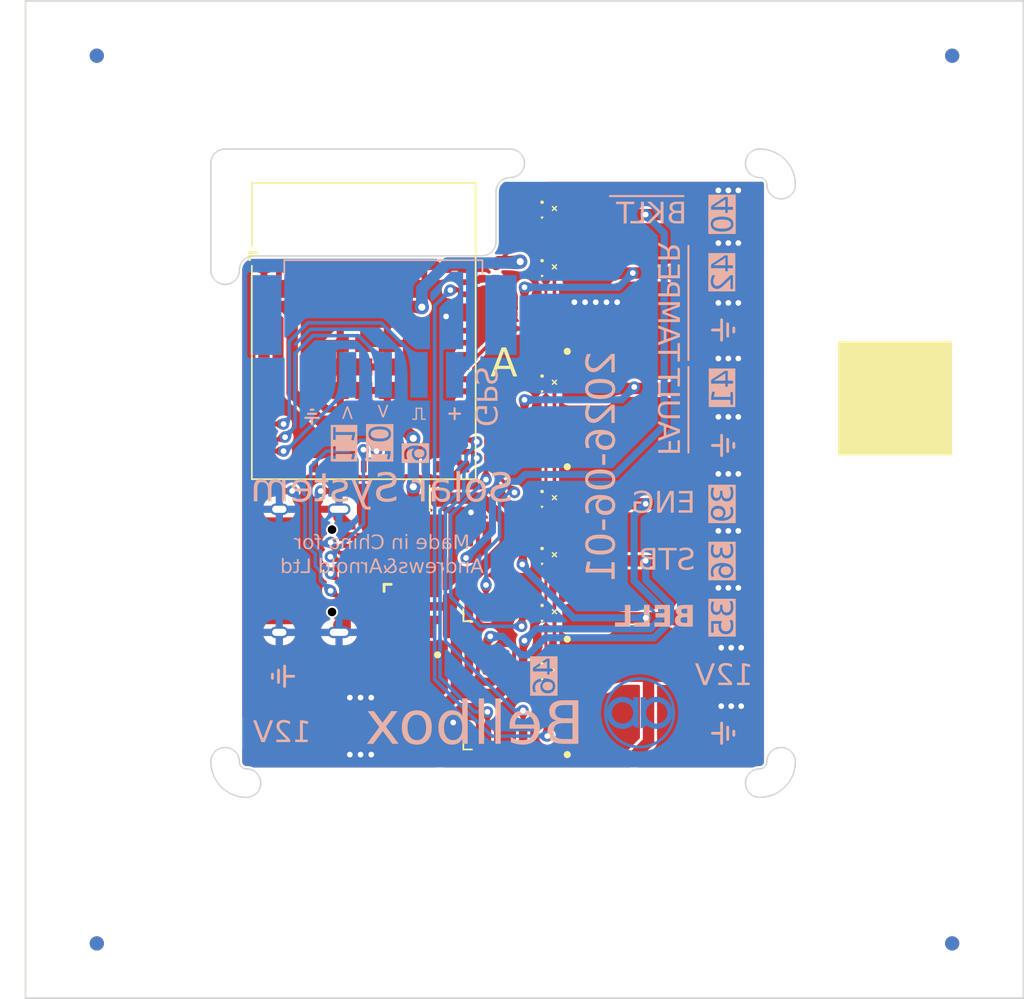
<source format=kicad_pcb>
(kicad_pcb (version 20241229) (generator "pcbnew") (generator_version "9.0")
  (title_block (title "BellWAGO") (rev "2") (company "Adrian Kennard, Andrews & Arnold Ltd"))
  (layers (0 "F.Cu" signal) (2 "B.Cu" signal) (13 "F.Paste" user) (15 "B.Paste" user) (5 "F.SilkS" user "F.Silkscreen") (7 "B.SilkS" user "B.Silkscreen") (1 "F.Mask" user) (3 "B.Mask" user) (25 "Edge.Cuts" user))
  (property "DATE" "2023-03-25")
  (net 0 "")
  (net 1 "GND")
  (net 2 "VBUS")
  (net 3 "+12V")
  (net 4 "Net-(D2-O)")
  (net 5 "RGB")
  (net 6 "Net-(J1-CC1)")
  (net 8 "D-")
  (net 9 "D+")
  (net 10 "OUT1")
  (net 11 "OUT4")
  (net 12 "OUT3")
  (net 13 "Net-(U6-EN)")
  (net 14 "OUT2")
  (net 15 "Net-(J1-CC2)")
  (net 25 "IN2")
  (net 26 "IN1")
  (net 27 "~{BACKLIGHT}")
  (net 28 "T")
  (net 29 "FAULT")
  (net 30 "ENGHOLD")
  (net 31 "STB")
  (net 32 "BELL")
  (net 46 "GPSTX")
  (net 47 "GPSTICK")
  (net 48 "GPSRX")
  (net 54 "Net-(D2-I)")
  (net 55 "Net-(D4-O)")
  (net 56 "Net-(D6-O)")
  (net 57 "Net-(D7-O)")
  (net 58 "Net-(D8-O)")
  (net 60 "+3.3V")
  (footprint "RevK:SMD1010" (layer "F.Cu") (at 101.5 108.3 -45)
    (property "Reference" "D2" (hide yes))
    (property "Value" "XL-1010RGBC-WS2812B" (hide yes))
  )
  (footprint "RevK:SMD1010" (layer "F.Cu") (at 101.5 92.2 -45)
    (property "Reference" "D7" (hide yes))
    (property "Value" "XL-1010RGBC-WS2812B" (hide yes))
  )
  (footprint "RevK:SMD1010" (layer "F.Cu") (at 101.5 100.3 -45)
    (property "Reference" "D6" (hide yes))
    (property "Value" "XL-1010RGBC-WS2812B" (hide yes))
  )
  (footprint "RevK:WAGO-2060-451-998-404" (layer "F.Cu") (at 109 80 180)
    (property "Reference" "J2" (hide yes))
    (property "Value" "BL")
  )
  (footprint "RevK:R_0402" (layer "F.Cu") (at 98 84 -90)
    (property "Reference" "R8" (hide yes))
    (property "Value" "10K" (hide yes))
  )
  (footprint "RevK:ESP32-S3-MINI-1" (layer "F.Cu") (at 88.725 90.695)
    (property "Reference" "U6" (hide yes))
    (property "Value" "ESP32-S3-MINI-1" (hide yes))
  )
  (footprint "RevK:C_0603_" (layer "F.Cu") (at 89.75 106.2 -90)
    (property "Reference" "C7" (hide yes))
    (property "Value" "10uF 6.3V")
  )
  (footprint "RevK:R_0402" (layer "F.Cu") (at 100 87.5 -90)
    (property "Reference" "R4" (hide yes))
    (property "Value" "100R" (hide yes))
  )
  (footprint "RevK:VCUT70N" (layer "F.Cu") (at 117 100 -90)
    (property "Reference" "V3" (hide yes))
    (property "Value" "~")
  )
  (footprint "RevK:C_0402" (layer "F.Cu") (at 101.5 106.2)
    (property "Reference" "C13" (hide yes))
    (property "Value" "100nF" (hide yes))
  )
  (footprint "RevK:R_0402_" (layer "F.Cu") (at 94.05 109.4 180)
    (property "Reference" "R3" (hide yes))
    (property "Value" "1M" (hide yes))
  )
  (footprint "RevK:R_0402" (layer "F.Cu") (at 100 95.7 -90)
    (property "Reference" "R7" (hide yes))
    (property "Value" "100R" (hide yes))
  )
  (footprint "RevK:WAGO-2060-452-998-404" (layer "F.Cu") (at 109 86.1 180)
    (property "Reference" "J11" (hide yes))
    (property "Value" "FAULT")
  )
  (footprint "RevK:WAGO-2060-452-998-404" (layer "F.Cu") (at 87.9 114.4)
    (property "Reference" "J9" (hide yes))
    (property "Value" "PWR")
  )
  (footprint "RevK:R_0402_" (layer "F.Cu") (at 90.45 109.4 180)
    (property "Reference" "R2" (hide yes))
    (property "Value" "40k2" (hide yes))
  )
  (footprint "RevK:R_0402_" (layer "F.Cu") (at 92.25 109.4 180)
    (property "Reference" "R1" (hide yes))
    (property "Value" "124k" (hide yes))
  )
  (footprint "RevK:WAGO-2060-452-998-404" (layer "F.Cu") (at 109 94.2 180)
    (property "Reference" "J10" (hide yes))
    (property "Value" "FAULT")
  )
  (footprint "RevK:SMD1010" (layer "F.Cu") (at 101.5 84.1 -45)
    (property "Reference" "D8" (hide yes))
    (property "Value" "XL-1010RGBC-WS2812B" (hide yes))
  )
  (footprint "RevK:PCB7070" (layer "F.Cu") (at 100 100)
    (property "Reference" "PCB1" (hide yes))
    (property "Value" "70x70" (hide yes))
    (fp_line (start -35 -35) (end 35 -35) (stroke (width 0.12)) (layer "Edge.Cuts"))
    (fp_line (start -35 35) (end -35 -35) (stroke (width 0.12)) (layer "Edge.Cuts"))
    (fp_line (start 35 -35) (end 35 35) (stroke (width 0.12)) (layer "Edge.Cuts"))
    (fp_line (start 35 35) (end -35 35) (stroke (width 0.12)) (layer "Edge.Cuts"))
  )
  (footprint "RevK:VCUT70N" (layer "F.Cu") (at 100 119 180)
    (property "Reference" "V2" (hide yes))
    (property "Value" "~")
  )
  (footprint "RevK:SMD1010" (layer "F.Cu") (at 101.5 104.3 -45)
    (property "Reference" "D4" (hide yes))
    (property "Value" "XL-1010RGBC-WS2812B" (hide yes))
  )
  (footprint "RevK:SO-8_3.9x4.9mm_P1.27mm" (layer "F.Cu") (at 98 105 90)
    (property "Reference" "U4" (hide yes))
    (property "Value" "ISL89410")
  )
  (footprint "RevK:SO-8_3.9x4.9mm_P1.27mm" (layer "F.Cu") (at 98 114 90)
    (property "Reference" "U3" (hide yes))
    (property "Value" "ISL89410")
  )
  (footprint "RevK:R_0402" (layer "F.Cu") (at 87 99.4)
    (property "Reference" "R5" (hide yes))
    (property "Value" "5K1" (hide yes))
  )
  (footprint "RevK:C_0402" (layer "F.Cu") (at 101.5 78.7)
    (property "Reference" "C5" (hide yes))
    (property "Value" "100nF" (hide yes))
  )
  (footprint "RevK:C_0402" (layer "F.Cu") (at 101.5 110.2)
    (property "Reference" "C4" (hide yes))
    (property "Value" "100nF" (hide yes))
  )
  (footprint "RevK:VCUT70N" (layer "F.Cu") (at 100 77.5)
    (property "Reference" "V1" (hide yes))
    (property "Value" "~")
  )
  (footprint "RevK:L_4x4_" (layer "F.Cu") (at 92.25 102.9 180)
    (property "Reference" "L2" (hide yes))
    (property "Value" "10uH")
  )
  (footprint "RevK:C_0603_" (layer "F.Cu") (at 94.75 106.2 -90)
    (property "Reference" "C1" (hide yes))
    (property "Value" "10uF 35V")
  )
  (footprint "RevK:C_0402" (layer "F.Cu") (at 101.5 102.2)
    (property "Reference" "C12" (hide yes))
    (property "Value" "100nF" (hide yes))
  )
  (footprint "RevK:SMD1010" (layer "F.Cu") (at 101.5 80 -45)
    (property "Reference" "D9" (hide yes))
    (property "Value" "XL-1010RGBC-WS2812B" (hide yes))
  )
  (footprint "RevK:R_0402" (layer "F.Cu") (at 82.5 99.4)
    (property "Reference" "R6" (hide yes))
    (property "Value" "5K1" (hide yes))
  )
  (footprint "RevK:C_0402" (layer "F.Cu") (at 97.026 84 90)
    (property "Reference" "C8" (hide yes))
    (property "Value" "1uF" (hide yes))
  )
  (footprint "RevK:D_SOD-123" (layer "F.Cu") (at 92.25 99.9 180)
    (property "Reference" "D3" (hide yes))
    (property "Value" "MBR0530")
  )
  (footprint "RevK:C_0402" (layer "F.Cu") (at 101.5 88.1)
    (property "Reference" "C10" (hide yes))
    (property "Value" "100nF" (hide yes))
  )
  (footprint "RevK:C_0402" (layer "F.Cu") (at 101.5 96.2)
    (property "Reference" "C11" (hide yes))
    (property "Value" "100nF" (hide yes))
  )
  (footprint "RevK:C_0402" (layer "F.Cu") (at 101.5 82.2)
    (property "Reference" "C6" (hide yes))
    (property "Value" "100nF" (hide yes))
  )
  (footprint "RevK:C_0402" (layer "F.Cu") (at 99.2 95.7 90)
    (property "Reference" "C3" (hide yes))
    (property "Value" "33pF" (hide yes))
  )
  (footprint "RevK:SMD1010" (layer "F.Cu") (at 101.5 112.4 -45)
    (property "Reference" "D5" (hide yes))
    (property "Value" "XL-1010RGBC-WS2812B" (hide yes))
  )
  (footprint "RevK:C_0603_" (layer "F.Cu") (at 92.25 105.5 180)
    (property "Reference" "C9" (hide yes))
    (property "Value" "100nF")
  )
  (footprint "RevK:DFN1006-2L" (layer "F.Cu") (at 99.5 86.2 180)
    (property "Reference" "D1" (hide yes))
    (property "Value" "~")
  )
  (footprint "RevK:WAGO-2060-453-998-404" (layer "F.Cu") (at 109 104.3 180)
    (property "Reference" "J7" (hide yes))
    (property "Value" "BELL")
  )
  (footprint "RevK:SOT-23-6-MD8942" (layer "F.Cu") (at 92.25 107.5 180)
    (property "Reference" "U1" (hide yes))
    (property "Value" "MD8942")
  )
  (footprint "RevK:USB-C-Socket-H" (layer "F.Cu") (at 86.5 105 -90)
    (property "Reference" "J1" (hide yes))
    (property "Value" "USB-C-Socket-V")
  )
  (footprint "RevK:C_0402" (layer "F.Cu") (at 99.2 87.5 90)
    (property "Reference" "C2" (hide yes))
    (property "Value" "33pF" (hide yes))
  )
  (footprint "RevK:DFN1006-2L" (layer "F.Cu") (at 99.5 94.3 180)
    (property "Reference" "D10" (hide yes))
    (property "Value" "~")
  )
  (footprint "RevK:WAGO-2060-452-998-404" (layer "F.Cu") (at 109 114.4 180)
    (property "Reference" "J8" (hide yes))
    (property "Value" "PWR")
  )
  (footprint "RevK:PTSM-HH-5-RA-SMD" (layer "B.Cu") (at 90.1 85.9)
    (property "Reference" "J5" (hide yes))
    (property "Value" "Conn_01x05")
  )
  (footprint "RevK:AA" (layer "B.Cu") (at 108.075 114.971041 180)
    (property "Reference" "U7" (hide yes))
    (property "Value" "AA" (hide yes))
  )
  (footprint "RevK:VCUT70N" (layer "B.Cu") (at 80 100 -90)
    (property "Reference" "V4" (hide yes))
    (property "Value" "~")
  )
  (gr_rect (start 122 88.9) (end 130 96.9) (fill yes) (layer "F.SilkS"))
  (gr_line (start 111.5 96.7) (end 111.5 90.7) (stroke (width 0.15)) (layer "B.SilkS"))
  (gr_line (start 111.5 90.2) (end 111.5 82.2) (stroke (width 0.15)) (layer "B.SilkS"))
  (gr_line (start 106 78.7) (end 111.15 78.7) (stroke (width 0.15)) (layer "B.SilkS"))
  (gr_arc (start 116.5 77.4) (mid 116.853553 77.546447) (end 117 77.9) (stroke (width 0.1)) (layer "Edge.Cuts"))
  (gr_line (start 97 82.9) (end 81 82.9) (stroke (width 0.1)) (layer "Edge.Cuts"))
  (gr_line (start 99 75.4) (end 79 75.4) (stroke (width 0.1)) (layer "Edge.Cuts"))
  (gr_arc (start 117 118.4) (mid 116.853553 118.753553) (end 116.5 118.9) (stroke (width 0.1)) (layer "Edge.Cuts"))
  (gr_arc (start 99 75.4) (mid 100 76.4) (end 99 77.4) (stroke (width 0.1)) (layer "Edge.Cuts"))
  (gr_arc (start 98 78.4) (mid 98.292893 77.692893) (end 99 77.4) (stroke (width 0.1)) (layer "Edge.Cuts"))
  (gr_arc (start 78 76.4) (mid 78.292893 75.692893) (end 79 75.4) (stroke (width 0.1)) (layer "Edge.Cuts"))
  (gr_line (start 98 78.4) (end 98 81.9) (stroke (width 0.1)) (layer "Edge.Cuts"))
  (gr_line (start 78 76.4) (end 78 83.9) (stroke (width 0.1)) (layer "Edge.Cuts"))
  (gr_arc (start 80 83.9) (mid 79 84.9) (end 78 83.9) (stroke (width 0.1)) (layer "Edge.Cuts"))
  (gr_arc (start 117 118.4) (mid 118 117.4) (end 119 118.4) (stroke (width 0.1)) (layer "Edge.Cuts"))
  (gr_arc (start 80.5 118.9) (mid 80.146447 118.753553) (end 80 118.4) (stroke (width 0.1)) (layer "Edge.Cuts"))
  (gr_arc (start 80.5 118.9) (mid 81.5 119.9) (end 80.5 120.9) (stroke (width 0.1)) (layer "Edge.Cuts"))
  (gr_arc (start 80 83.9) (mid 80.292893 83.192893) (end 81 82.9) (stroke (width 0.1)) (layer "Edge.Cuts"))
  (gr_arc (start 116.5 75.4) (mid 118.267767 76.132233) (end 119 77.9) (stroke (width 0.1)) (layer "Edge.Cuts"))
  (gr_arc (start 119 118.4) (mid 118.267767 120.167767) (end 116.5 120.9) (stroke (width 0.1)) (layer "Edge.Cuts"))
  (gr_arc (start 119 77.9) (mid 118 78.9) (end 117 77.9) (stroke (width 0.1)) (layer "Edge.Cuts"))
  (gr_arc (start 116.5 120.9) (mid 115.5 119.9) (end 116.5 118.9) (stroke (width 0.1)) (layer "Edge.Cuts"))
  (gr_arc (start 78 118.4) (mid 79 117.4) (end 80 118.4) (stroke (width 0.1)) (layer "Edge.Cuts"))
  (gr_arc (start 116.5 77.4) (mid 115.5 76.4) (end 116.5 75.4) (stroke (width 0.1)) (layer "Edge.Cuts"))
  (gr_arc (start 98 81.9) (mid 97.707107 82.607107) (end 97 82.9) (stroke (width 0.1)) (layer "Edge.Cuts"))
  (gr_arc (start 80.5 120.9) (mid 78.732233 120.167767) (end 78 118.4) (stroke (width 0.1)) (layer "Edge.Cuts"))
  (gr_text "A" (at 97.6 91.7 0) (layer "F.SilkS") (effects (font (size 2 2)) (justify left bottom)))
  (gr_text "+" (at 95.1 93.9 0) (layer "B.SilkS") (effects (font (size 1 1)) (justify mirror)))
  (gr_text "Made in China for\nAndrews&Arnold Ltd" (at 90 103.9 0) (layer "B.SilkS") (effects (font (size 1 1)) (justify mirror)))
  (gr_text "TAMPER" (at 110 86.1 270) (layer "B.SilkS") (effects (font (size 1.5 1.5)) (justify mirror)))
  (gr_text "ENG" (at 112 100.3 0) (layer "B.SilkS") (effects (font (size 1.5 1.5)) (justify left mirror)))
  (gr_text "⏚" (at 85.1 94.15 180) (layer "B.SilkS") (effects (font (size 1 1)) (justify mirror)))
  (gr_text "Bellbox" (at 96.5 115.9 0) (layer "B.SilkS") (effects (font (size 3 3)) (justify mirror)))
  (gr_text "46" (at 101.5 112.4 90) (layer "B.SilkS" knockout) (effects (font (size 1.5 1.5) (thickness 0.1)) (justify mirror)))
  (gr_text "40" (at 114 80 90) (layer "B.SilkS" knockout) (effects (font (size 1.5 1.5) (thickness 0.1)) (justify mirror)))
  (gr_text "41" (at 114 92.2 90) (layer "B.SilkS" knockout) (effects (font (size 1.5 1.5) (thickness 0.1)) (justify mirror)))
  (gr_text "Solar System" (at 90 99.3 0) (layer "B.SilkS") (effects (font (size 2 2)) (justify mirror)))
  (gr_text "35" (at 114 108.3 90) (layer "B.SilkS" knockout) (effects (font (size 1.5 1.5) (thickness 0.1)) (justify mirror)))
  (gr_text "BKLT" (at 111.4 80 0) (layer "B.SilkS") (effects (font (size 1.5 1.5)) (justify left mirror)))
  (gr_text "⏚" (at 83 112.4 270) (layer "B.SilkS") (effects (font (size 1.5 1.5) (thickness 0.2)) (justify mirror)))
  (gr_text "12V" (at 114 112.4 0) (layer "B.SilkS") (effects (font (size 1.5 1.5) (thickness 0.1)) (justify mirror)))
  (gr_text "<" (at 87.6 93.9 90) (layer "B.SilkS") (effects (font (size 1 1)) (justify mirror)))
  (gr_text "⎍" (at 92.6 93.9 0) (layer "B.SilkS") (effects (font (size 1 1) (thickness 0.1)) (justify mirror)))
  (gr_text "42" (at 114 84.1 90) (layer "B.SilkS" knockout) (effects (font (size 1.5 1.5) (thickness 0.1)) (justify mirror)))
  (gr_text "⏚" (at 114 116.4 90) (layer "B.SilkS") (effects (font (size 1.5 1.5) (thickness 0.2)) (justify mirror)))
  (gr_text "11" (at 87.2 97.4 270) (layer "B.SilkS" knockout) (effects (font (size 1.5 1.5) (thickness 0.1)) (justify left mirror)))
  (gr_text "⏚" (at 114 96.2 90) (layer "B.SilkS") (effects (font (size 1.5 1.5) (thickness 0.2)) (justify mirror)))
  (gr_text "36" (at 114 104.3 90) (layer "B.SilkS" knockout) (effects (font (size 1.5 1.5) (thickness 0.1)) (justify mirror)))
  (gr_text "39" (at 114 100.3 90) (layer "B.SilkS" knockout) (effects (font (size 1.5 1.5) (thickness 0.1)) (justify mirror)))
  (gr_text "GPS" (at 97.2 94.9 270) (layer "B.SilkS") (effects (font (size 1.5 1.5)) (justify left mirror)))
  (gr_text "STB" (at 112 104.3 0) (layer "B.SilkS") (effects (font (size 1.5 1.5)) (justify left mirror)))
  (gr_text "⏚" (at 114 88.1 90) (layer "B.SilkS") (effects (font (size 1.5 1.5) (thickness 0.2)) (justify mirror)))
  (gr_text "${CURRENT_DATE}" (at 105.5 97.7 90) (layer "B.SilkS") (effects (font (size 2 2)) (justify mirror)))
  (gr_text "BELL" (at 112 108.3 0) (layer "B.SilkS") (effects (font (size 1.5 1.5) (thickness 0.25) (bold yes)) (justify left mirror)))
  (gr_text ">" (at 90.1 93.8 90) (layer "B.SilkS") (effects (font (size 1 1)) (justify mirror)))
  (gr_text "10" (at 89.7 97.4 270) (layer "B.SilkS" knockout) (effects (font (size 1.5 1.5) (thickness 0.1)) (justify left mirror)))
  (gr_text "FAULT" (at 110 93.85 270) (layer "B.SilkS") (effects (font (size 1.5 1.5)) (justify mirror)))
  (gr_text "9" (at 92.2 97.4 270) (layer "B.SilkS" knockout) (effects (font (size 1.5 1.5) (thickness 0.1)) (justify left mirror)))
  (gr_text "12V" (at 83 116.4 0) (layer "B.SilkS") (effects (font (size 1.5 1.5) (thickness 0.1)) (justify mirror)))
  (segment (start 86.99 109.32) (end 86.99 108.78) (width 0.8) (layer "F.Cu") (net 1))
  (segment (start 86.99 108.78) (end 87.544 108.226) (width 0.8) (layer "F.Cu") (net 1))
  (segment (start 86.99 100.68) (end 86.99 101.22) (width 0.8) (layer "F.Cu") (net 1))
  (segment (start 87.544 108.226) (end 87.57 108.226) (width 0.8) (layer "F.Cu") (net 1))
  (segment (start 87.544 101.774) (end 87.57 101.774) (width 0.8) (layer "F.Cu") (net 1))
  (segment (start 86.99 101.22) (end 87.544 101.774) (width 0.8) (layer "F.Cu") (net 1))
  (via (at 88.5 113.9) (size 0.8) (drill 0.4) (layers "F.Cu" "B.Cu") (net 1))
  (via (at 114.3 82) (size 0.8) (drill 0.4) (layers "F.Cu" "B.Cu") (net 1))
  (via (at 105.75 86.15) (size 0.8) (drill 0.4) (layers "F.Cu" "B.Cu") (net 1))
  (via (at 113.6 102.2) (size 0.8) (drill 0.4) (layers "F.Cu" "B.Cu") (net 1))
  (via (at 114.3 86.2) (size 0.8) (drill 0.4) (layers "F.Cu" "B.Cu") (net 1))
  (via (at 113.8 110.4) (size 0.8) (drill 0.4) (layers "F.Cu" "B.Cu") (net 1))
  (via (at 106.5 86.15) (size 0.8) (drill 0.4) (layers "F.Cu" "B.Cu") (net 1))
  (via (at 114.3 90.1) (size 0.8) (drill 0.4) (layers "F.Cu" "B.Cu") (net 1))
  (via (at 115 90.1) (size 0.8) (drill 0.4) (layers "F.Cu" "B.Cu") (net 1))
  (via (at 113.6 98.2) (size 0.8) (drill 0.4) (layers "F.Cu" "B.Cu") (net 1))
  (via (at 113.6 78.3) (size 0.8) (drill 0.4) (layers "F.Cu" "B.Cu") (net 1))
  (via (at 114.3 102.2) (size 0.8) (drill 0.4) (layers "F.Cu" "B.Cu") (net 1))
  (via (at 115 82) (size 0.8) (drill 0.4) (layers "F.Cu" "B.Cu") (net 1))
  (via (at 114.3 94.2) (size 0.8) (drill 0.4) (layers "F.Cu" "B.Cu") (net 1))
  (via (at 105 86.15) (size 0.8) (drill 0.4) (layers "F.Cu" "B.Cu") (net 1))
  (via (at 114.5 114.5) (size 0.8) (drill 0.4) (layers "F.Cu" "B.Cu") (net 1))
  (via (at 89.25 117.9) (size 0.8) (drill 0.4) (layers "F.Cu" "B.Cu") (net 1))
  (via (at 94.5 87.15) (size 0.8) (drill 0.4) (layers "F.Cu" "B.Cu") (net 1))
  (via (at 114.3 78.3) (size 0.8) (drill 0.4) (layers "F.Cu" "B.Cu") (net 1))
  (via (at 113.6 106.2) (size 0.8) (drill 0.4) (layers "F.Cu" "B.Cu") (net 1))
  (via (at 113.6 94.2) (size 0.8) (drill 0.4) (layers "F.Cu" "B.Cu") (net 1))
  (via (at 113.8 114.5) (size 0.8) (drill 0.4) (layers "F.Cu" "B.Cu") (net 1))
  (via (at 87.75 113.9) (size 0.8) (drill 0.4) (layers "F.Cu" "B.Cu") (net 1))
  (via (at 113.6 82) (size 0.8) (drill 0.4) (layers "F.Cu" "B.Cu") (net 1))
  (via (at 115.2 114.5) (size 0.8) (drill 0.4) (layers "F.Cu" "B.Cu") (net 1))
  (via (at 113.6 86.2) (size 0.8) (drill 0.4) (layers "F.Cu" "B.Cu") (net 1))
  (via (at 113.6 90.1) (size 0.8) (drill 0.4) (layers "F.Cu" "B.Cu") (net 1))
  (via (at 115 98.2) (size 0.8) (drill 0.4) (layers "F.Cu" "B.Cu") (net 1))
  (via (at 115.2 110.4) (size 0.8) (drill 0.4) (layers "F.Cu" "B.Cu") (net 1))
  (via (at 104.25 86.15) (size 0.8) (drill 0.4) (layers "F.Cu" "B.Cu") (net 1))
  (via (at 115 106.2) (size 0.8) (drill 0.4) (layers "F.Cu" "B.Cu") (net 1))
  (via (at 96.25 100.9) (size 0.8) (drill 0.4) (layers "F.Cu" "B.Cu") (net 1))
  (via (at 115 78.3) (size 0.8) (drill 0.4) (layers "F.Cu" "B.Cu") (net 1))
  (via (at 115 102.2) (size 0.8) (drill 0.4) (layers "F.Cu" "B.Cu") (net 1))
  (via (at 87.75 117.9) (size 0.8) (drill 0.4) (layers "F.Cu" "B.Cu") (net 1))
  (via (at 114.3 106.2) (size 0.8) (drill 0.4) (layers "F.Cu" "B.Cu") (net 1))
  (via (at 115 86.2) (size 0.8) (drill 0.4) (layers "F.Cu" "B.Cu") (net 1))
  (via (at 95 115.65) (size 0.8) (drill 0.4) (layers "F.Cu" "B.Cu") (net 1))
  (via (at 89.25 113.9) (size 0.8) (drill 0.4) (layers "F.Cu" "B.Cu") (net 1))
  (via (at 115 94.2) (size 0.8) (drill 0.4) (layers "F.Cu" "B.Cu") (net 1))
  (via (at 114.3 98.2) (size 0.8) (drill 0.4) (layers "F.Cu" "B.Cu") (net 1))
  (via (at 103.5 86.15) (size 0.8) (drill 0.4) (layers "F.Cu" "B.Cu") (net 1))
  (via (at 88.5 117.9) (size 0.8) (drill 0.4) (layers "F.Cu" "B.Cu") (net 1))
  (via (at 114.5 110.4) (size 0.8) (drill 0.4) (layers "F.Cu" "B.Cu") (net 1))
  (segment (start 86.99 100.68) (end 86.82 100.68) (width 0.25) (layer "B.Cu") (net 1))
  (segment (start 86.99 100.68) (end 86.62 100.68) (width 0.8) (layer "B.Cu") (net 1))
  (segment (start 86.82 100.68) (end 86 101.5) (width 0.25) (layer "B.Cu") (net 1))
  (segment (start 92.5 116.4) (end 83.25 116.4) (width 0.8) (layer "F.Cu") (net 3))
  (segment (start 96.984999 99.9) (end 98.635 101.550001) (width 0.8) (layer "F.Cu") (net 3))
  (segment (start 108.7 112.4) (end 113.65 112.4) (width 0.8) (layer "F.Cu") (net 3))
  (segment (start 94.499 118.399) (end 107.301 118.399) (width 0.8) (layer "F.Cu") (net 3))
  (segment (start 95.225 108.695) (end 95.225 113.675) (width 0.8) (layer "F.Cu") (net 3))
  (segment (start 104.4 112.4) (end 108.7 112.4) (width 0.8) (layer "F.Cu") (net 3))
  (segment (start 95.225 113.675) (end 98.125 113.675) (width 0.8) (layer "F.Cu") (net 3))
  (segment (start 94.859834 106.975) (end 98.635 103.199834) (width 0.8) (layer "F.Cu") (net 3))
  (segment (start 98.635 113.165) (end 98.635 111.425) (width 0.8) (layer "F.Cu") (net 3))
  (segment (start 92.5 116.4) (end 94.499 118.399) (width 0.8) (layer "F.Cu") (net 3))
  (segment (start 94.75 108.22) (end 95.225 108.695) (width 0.8) (layer "F.Cu") (net 3))
  (segment (start 95.225 113.675) (end 92.5 116.4) (width 0.8) (layer "F.Cu") (net 3))
  (segment (start 98.635 101.550001) (end 98.635 102.425) (width 0.8) (layer "F.Cu") (net 3))
  (segment (start 94.75 106.975) (end 94.859834 106.975) (width 0.8) (layer "F.Cu") (net 3))
  (segment (start 93.9 99.9) (end 96.984999 99.9) (width 0.8) (layer "F.Cu") (net 3))
  (segment (start 107.301 118.399) (end 108.7 117) (width 0.8) (layer "F.Cu") (net 3))
  (segment (start 98.125 113.675) (end 98.635 113.165) (width 0.8) (layer "F.Cu") (net 3))
  (segment (start 108.7 117) (end 108.7 112.4) (width 0.8) (layer "F.Cu") (net 3))
  (segment (start 98.635 103.199834) (end 98.635 102.425) (width 0.8) (layer "F.Cu") (net 3))
  (segment (start 101.5 104.901041) (end 101.5 107.698959) (width 0.2) (layer "F.Cu") (net 4))
  (segment (start 95.43 85.3) (end 95.725 85.595) (width 0.25) (layer "F.Cu") (net 5))
  (segment (start 101.5 113.001041) (end 101.5 116.5) (width 0.25) (layer "F.Cu") (net 5))
  (segment (start 94.8 85.3) (end 95.43 85.3) (width 0.25) (layer "F.Cu") (net 5))
  (segment (start 101.5 116.5) (end 101.6 116.6) (width 0.25) (layer "F.Cu") (net 5))
  (via (at 94.8 85.3) (size 0.8) (drill 0.4) (layers "F.Cu" "B.Cu") (net 5))
  (via (at 101.6 116.6) (size 0.8) (drill 0.4) (layers "F.Cu" "B.Cu") (net 5))
  (segment (start 93.7 86.4) (end 93.7 112.63033) (width 0.25) (layer "B.Cu") (net 5))
  (segment (start 93.7 112.63033) (end 96.34467 115.275) (width 0.25) (layer "B.Cu") (net 5))
  (segment (start 96.375 115.275) (end 97.7 116.6) (width 0.25) (layer "B.Cu") (net 5))
  (segment (start 94.8 85.3) (end 93.7 86.4) (width 0.25) (layer "B.Cu") (net 5))
  (segment (start 96.34467 115.275) (end 96.375 115.275) (width 0.25) (layer "B.Cu") (net 5))
  (segment (start 97.7 116.6) (end 101.6 116.6) (width 0.25) (layer "B.Cu") (net 5))
  (segment (start 85.7 99.4) (end 86.5 99.4) (width 0.25) (layer "F.Cu") (net 6))
  (segment (start 87.57 103.75) (end 87.036888 103.75) (width 0.25) (layer "F.Cu") (net 6))
  (segment (start 86.4 103.113112) (end 86.4 103) (width 0.25) (layer "F.Cu") (net 6))
  (segment (start 87.036888 103.75) (end 86.4 103.113112) (width 0.25) (layer "F.Cu") (net 6))
  (via (at 86.4 103) (size 0.8) (drill 0.4) (layers "F.Cu" "B.Cu") (net 6))
  (via (at 85.7 99.4) (size 0.8) (drill 0.4) (layers "F.Cu" "B.Cu") (net 6))
  (segment (start 85.4 102.76967) (end 85.63033 103) (width 0.25) (layer "B.Cu") (net 6))
  (segment (start 85.4 99.7) (end 85.4 102.76967) (width 0.25) (layer "B.Cu") (net 6))
  (segment (start 85.63033 103) (end 86.4 103) (width 0.25) (layer "B.Cu") (net 6))
  (segment (start 85.7 99.4) (end 85.4 99.7) (width 0.25) (layer "B.Cu") (net 6))
  (segment (start 88.7 97.67) (end 88.725 97.695) (width 0.25) (layer "F.Cu") (net 8))
  (segment (start 87.57 105.25) (end 88.139999 105.25) (width 0.25) (layer "F.Cu") (net 8))
  (segment (start 88.139999 105.25) (end 88.391 104.998999) (width 0.25) (layer "F.Cu") (net 8))
  (segment (start 88.391 104.537888) (end 88.103112 104.25) (width 0.25) (layer "F.Cu") (net 8))
  (segment (start 86.617648 104.25) (end 86.382526 104.014878) (width 0.25) (layer "F.Cu") (net 8))
  (segment (start 88.391 104.998999) (end 88.391 104.537888) (width 0.25) (layer "F.Cu") (net 8))
  (segment (start 88.7 96.5) (end 88.7 97.67) (width 0.25) (layer "F.Cu") (net 8))
  (segment (start 88.103112 104.25) (end 87.57 104.25) (width 0.25) (layer "F.Cu") (net 8))
  (segment (start 87.57 104.25) (end 86.617648 104.25) (width 0.25) (layer "F.Cu") (net 8))
  (via (at 86.382526 104.014878) (size 0.8) (drill 0.4) (layers "F.Cu" "B.Cu") (net 8))
  (via (at 88.7 96.5) (size 0.8) (drill 0.4) (layers "F.Cu" "B.Cu") (net 8))
  (segment (start 86.382526 104.014878) (end 88.7 101.697404) (width 0.25) (layer "B.Cu") (net 8))
  (segment (start 88.7 101.697404) (end 88.7 96.5) (width 0.25) (layer "B.Cu") (net 8))
  (segment (start 87.57 104.75) (end 87.036888 104.75) (width 0.25) (layer "F.Cu") (net 9))
  (segment (start 86.749 105.498999) (end 87.000001 105.75) (width 0.25) (layer "F.Cu") (net 9))
  (segment (start 86.4 105.2) (end 86.749 105.2) (width 0.25) (layer "F.Cu") (net 9))
  (segment (start 89.6 96.621494) (end 89.619345 96.602149) (width 0.25) (layer "F.Cu") (net 9))
  (segment (start 86.749 105.2) (end 86.749 105.498999) (width 0.25) (layer "F.Cu") (net 9))
  (segment (start 87.000001 105.75) (end 87.57 105.75) (width 0.25) (layer "F.Cu") (net 9))
  (segment (start 89.6 97.67) (end 89.6 96.621494) (width 0.25) (layer "F.Cu") (net 9))
  (segment (start 89.575 97.695) (end 89.6 97.67) (width 0.25) (layer "F.Cu") (net 9))
  (segment (start 86.749 105.037888) (end 86.749 105.2) (width 0.25) (layer "F.Cu") (net 9))
  (segment (start 87.036888 104.75) (end 86.749 105.037888) (width 0.25) (layer "F.Cu") (net 9))
  (via (at 86.4 105.2) (size 0.8) (drill 0.4) (layers "F.Cu" "B.Cu") (net 9))
  (via (at 89.619345 96.602149) (size 0.8) (drill 0.4) (layers "F.Cu" "B.Cu") (net 9))
  (segment (start 88.430761 95.85) (end 87.680761 96.6) (width 0.25) (layer "B.Cu") (net 9))
  (segment (start 88.969239 95.85) (end 88.430761 95.85) (width 0.25) (layer "B.Cu") (net 9))
  (segment (start 85 97.7) (end 85 102.96967) (width 0.25) (layer "B.Cu") (net 9))
  (segment (start 86.1 96.6) (end 85 97.7) (width 0.25) (layer "B.Cu") (net 9))
  (segment (start 89.619345 96.500106) (end 88.969239 95.85) (width 0.25) (layer "B.Cu") (net 9))
  (segment (start 87.680761 96.6) (end 86.1 96.6) (width 0.25) (layer "B.Cu") (net 9))
  (segment (start 85.7 104.5) (end 86.4 105.2) (width 0.25) (layer "B.Cu") (net 9))
  (segment (start 85.7 103.66967) (end 85.7 104.5) (width 0.25) (layer "B.Cu") (net 9))
  (segment (start 85 102.96967) (end 85.7 103.66967) (width 0.25) (layer "B.Cu") (net 9))
  (segment (start 89.619345 96.602149) (end 89.619345 96.500106) (width 0.25) (layer "B.Cu") (net 9))
  (segment (start 96.375 96.645) (end 96.65 96.92) (width 0.25) (layer "F.Cu") (net 10))
  (segment (start 95.725 96.645) (end 96.375 96.645) (width 0.25) (layer "F.Cu") (net 10))
  (segment (start 99.9 116.57) (end 99.905 116.575) (width 0.25) (layer "F.Cu") (net 10))
  (segment (start 96.65 96.92) (end 96.65 97.090825) (width 0.25) (layer "F.Cu") (net 10))
  (segment (start 99.9 114.8) (end 99.9 116.57) (width 0.25) (layer "F.Cu") (net 10))
  (via (at 99.9 114.8) (size 0.8) (drill 0.4) (layers "F.Cu" "B.Cu") (net 10))
  (via (at 96.65 97.090825) (size 0.8) (drill 0.4) (layers "F.Cu" "B.Cu") (net 10))
  (segment (start 95.75 98.08033) (end 96.65 97.18033) (width 0.25) (layer "B.Cu") (net 10))
  (segment (start 99.3 114.8) (end 94.45 109.95) (width 0.25) (layer "B.Cu") (net 10))
  (segment (start 96.65 97.18033) (end 96.65 97.090825) (width 0.25) (layer "B.Cu") (net 10))
  (segment (start 95.75 99.61967) (end 95.75 98.08033) (width 0.25) (layer "B.Cu") (net 10))
  (segment (start 99.9 114.8) (end 99.3 114.8) (width 0.25) (layer "B.Cu") (net 10))
  (segment (start 94.45 100.91967) (end 95.75 99.61967) (width 0.25) (layer "B.Cu") (net 10))
  (segment (start 94.45 109.95) (end 94.45 100.91967) (width 0.25) (layer "B.Cu") (net 10))
  (segment (start 96.754 94.351172) (end 96.754 93.224) (width 0.25) (layer "F.Cu") (net 11))
  (segment (start 97.3 106) (end 97.3 107.51) (width 0.25) (layer "F.Cu") (net 11))
  (segment (start 95.925 92.395) (end 95.725 92.395) (width 0.25) (layer "F.Cu") (net 11))
  (segment (start 97.7 97.9) (end 97.7 95.297172) (width 0.25) (layer "F.Cu") (net 11))
  (segment (start 97.3 107.51) (end 97.365 107.575) (width 0.25) (layer "F.Cu") (net 11))
  (segment (start 97.7 95.297172) (end 96.754 94.351172) (width 0.25) (layer "F.Cu") (net 11))
  (segment (start 96.754 93.224) (end 95.925 92.395) (width 0.25) (layer "F.Cu") (net 11))
  (segment (start 99.3 99.5) (end 97.7 97.9) (width 0.25) (layer "F.Cu") (net 11))
  (via (at 97.3 106) (size 0.8) (drill 0.4) (layers "F.Cu" "B.Cu") (net 11))
  (via (at 99.3 99.5) (size 0.8) (drill 0.4) (layers "F.Cu" "B.Cu") (net 11))
  (segment (start 98.25 100.15) (end 98.9 99.5) (width 0.25) (layer "B.Cu") (net 11))
  (segment (start 97.3 106) (end 97.3 103.6) (width 0.25) (layer "B.Cu") (net 11))
  (segment (start 98.25 102.65) (end 98.25 100.15) (width 0.25) (layer "B.Cu") (net 11))
  (segment (start 98.9 99.5) (end 99.3 99.5) (width 0.25) (layer "B.Cu") (net 11))
  (segment (start 97.3 103.6) (end 98.25 102.65) (width 0.25) (layer "B.Cu") (net 11))
  (segment (start 96.379 94.50933) (end 96.379 93.699) (width 0.25) (layer "F.Cu") (net 12))
  (segment (start 97.3 95.43033) (end 96.379 94.50933) (width 0.25) (layer "F.Cu") (net 12))
  (segment (start 99.8 108.9) (end 99.8 107.68) (width 0.25) (layer "F.Cu") (net 12))
  (segment (start 99.8 107.68) (end 99.905 107.575) (width 0.25) (layer "F.Cu") (net 12))
  (segment (start 96.379 93.699) (end 95.925 93.245) (width 0.25) (layer "F.Cu") (net 12))
  (segment (start 95.925 93.245) (end 95.725 93.245) (width 0.25) (layer "F.Cu") (net 12))
  (segment (start 97.3 98.6) (end 97.3 95.43033) (width 0.25) (layer "F.Cu") (net 12))
  (via (at 97.3 98.6) (size 0.8) (drill 0.4) (layers "F.Cu" "B.Cu") (net 12))
  (via (at 99.8 108.9) (size 0.8) (drill 0.4) (layers "F.Cu" "B.Cu") (net 12))
  (segment (start 94.825 101.075) (end 97.3 98.6) (width 0.25) (layer "B.Cu") (net 12))
  (segment (start 94.825 106.825) (end 94.825 101.075) (width 0.25) (layer "B.Cu") (net 12))
  (segment (start 96.9 108.9) (end 94.825 106.825) (width 0.25) (layer "B.Cu") (net 12))
  (segment (start 99.8 108.9) (end 96.9 108.9) (width 0.25) (layer "B.Cu") (net 12))
  (segment (start 97.026 84.5) (end 98 84.5) (width 0.25) (layer "F.Cu") (net 13))
  (segment (start 96.781 84.745) (end 97.026 84.5) (width 0.25) (layer "F.Cu") (net 13))
  (segment (start 95.725 84.745) (end 96.781 84.745) (width 0.25) (layer "F.Cu") (net 13))
  (segment (start 97.4 116.54) (end 97.365 116.575) (width 0.25) (layer "F.Cu") (net 14))
  (segment (start 97.4 114.9) (end 97.4 116.54) (width 0.25) (layer "F.Cu") (net 14))
  (segment (start 95.725 95.795) (end 96.496511 95.795) (width 0.25) (layer "F.Cu") (net 14))
  (segment (start 96.496511 95.795) (end 96.65 95.948489) (width 0.25) (layer "F.Cu") (net 14))
  (via (at 97.4 114.9) (size 0.8) (drill 0.4) (layers "F.Cu" "B.Cu") (net 14))
  (via (at 96.65 95.948489) (size 0.8) (drill 0.4) (layers "F.Cu" "B.Cu") (net 14))
  (segment (start 96.652044 95.948489) (end 96.65 95.948489) (width 0.25) (layer "B.Cu") (net 14))
  (segment (start 95.375 97.825) (end 95.9 97.3) (width 0.25) (layer "B.Cu") (net 14))
  (segment (start 96.736662 95.949726) (end 96.653281 95.949726) (width 0.25) (layer "B.Cu") (net 14))
  (segment (start 96.792435 96.005499) (end 96.736662 95.949726) (width 0.25) (layer "B.Cu") (net 14))
  (segment (start 97.4 114.9) (end 96.5 114.9) (width 0.25) (layer "B.Cu") (net 14))
  (segment (start 95.9 96.9) (end 96.792435 96.007565) (width 0.25) (layer "B.Cu") (net 14))
  (segment (start 96.653281 95.949726) (end 96.652044 95.948489) (width 0.25) (layer "B.Cu") (net 14))
  (segment (start 95.9 97.3) (end 95.9 96.9) (width 0.25) (layer "B.Cu") (net 14))
  (segment (start 95.375 99.46434) (end 95.375 97.825) (width 0.25) (layer "B.Cu") (net 14))
  (segment (start 94.075 100.76434) (end 95.375 99.46434) (width 0.25) (layer "B.Cu") (net 14))
  (segment (start 94.075 112.475) (end 94.075 100.76434) (width 0.25) (layer "B.Cu") (net 14))
  (segment (start 96.5 114.9) (end 94.075 112.475) (width 0.25) (layer "B.Cu") (net 14))
  (segment (start 96.792435 96.007565) (end 96.792435 96.005499) (width 0.25) (layer "B.Cu") (net 14))
  (segment (start 86.75 106.75) (end 86.4 106.4) (width 0.25) (layer "F.Cu") (net 15))
  (segment (start 83.7 99.4) (end 83 99.4) (width 0.25) (layer "F.Cu") (net 15))
  (segment (start 87.57 106.75) (end 86.75 106.75) (width 0.25) (layer "F.Cu") (net 15))
  (via (at 83.7 99.4) (size 0.8) (drill 0.4) (layers "F.Cu" "B.Cu") (net 15))
  (via (at 86.4 106.4) (size 0.8) (drill 0.4) (layers "F.Cu" "B.Cu") (net 15))
  (segment (start 85.325 104.65533) (end 85.7 105.03033) (width 0.25) (layer "B.Cu") (net 15))
  (segment (start 85.7 105.03033) (end 85.7 105.7) (width 0.25) (layer "B.Cu") (net 15))
  (segment (start 84.6 103.1) (end 85.325 103.825) (width 0.25) (layer "B.Cu") (net 15))
  (segment (start 85.325 103.825) (end 85.325 104.65533) (width 0.25) (layer "B.Cu") (net 15))
  (segment (start 83.7 99.4) (end 84.6 100.3) (width 0.25) (layer "B.Cu") (net 15))
  (segment (start 84.6 100.3) (end 84.6 103.1) (width 0.25) (layer "B.Cu") (net 15))
  (segment (start 85.7 105.7) (end 86.4 106.4) (width 0.25) (layer "B.Cu") (net 15))
  (segment (start 100 96.2) (end 99.2 96.2) (width 0.25) (layer "F.Cu") (net 25))
  (segment (start 95.925 91.545) (end 97.13 92.75) (width 0.25) (layer "F.Cu") (net 25))
  (segment (start 97.13 92.75) (end 97.13 94.13) (width 0.25) (layer "F.Cu") (net 25))
  (segment (start 95.725 91.545) (end 95.925 91.545) (width 0.25) (layer "F.Cu") (net 25))
  (segment (start 97.13 94.13) (end 99.2 96.2) (width 0.25) (layer "F.Cu") (net 25))
  (segment (start 98.62 88) (end 99.2 88) (width 0.25) (layer "F.Cu") (net 26))
  (segment (start 100 88) (end 99.2 88) (width 0.25) (layer "F.Cu") (net 26))
  (segment (start 95.925 90.695) (end 98.62 88) (width 0.25) (layer "F.Cu") (net 26))
  (segment (start 95.725 90.695) (end 95.925 90.695) (width 0.25) (layer "F.Cu") (net 26))
  (segment (start 97.365 102.425) (end 97.365 103.299999) (width 0.5) (layer "F.Cu") (net 27))
  (segment (start 97.365 103.299999) (end 96.564999 104.1) (width 0.5) (layer "F.Cu") (net 27))
  (segment (start 113.65 80) (end 104.4 80) (width 0.8) (layer "F.Cu") (net 27))
  (segment (start 96.564999 104.1) (end 95.9 104.1) (width 0.5) (layer "F.Cu") (net 27))
  (via (at 95.9 104.1) (size 0.8) (drill 0.4) (layers "F.Cu" "B.Cu") (net 27))
  (via (at 108.5 80) (size 0.8) (drill 0.4) (layers "F.Cu" "B.Cu") (net 27))
  (segment (start 109.8 94.8) (end 109.8 81.3) (width 0.5) (layer "B.Cu") (net 27))
  (segment (start 97.75 102.25) (end 97.75 99.942894) (width 0.5) (layer "B.Cu") (net 27))
  (segment (start 99.552034 98.725) (end 100.038517 98.238517) (width 0.5) (layer "B.Cu") (net 27))
  (segment (start 98.967894 98.725) (end 99.552034 98.725) (width 0.5) (layer "B.Cu") (net 27))
  (segment (start 106.361483 98.238517) (end 109.8 94.8) (width 0.5) (layer "B.Cu") (net 27))
  (segment (start 95.9 104.1) (end 97.75 102.25) (width 0.5) (layer "B.Cu") (net 27))
  (segment (start 100.038517 98.238517) (end 106.361483 98.238517) (width 0.5) (layer "B.Cu") (net 27))
  (segment (start 109.8 81.3) (end 108.5 80) (width 0.5) (layer "B.Cu") (net 27))
  (segment (start 97.75 99.942894) (end 98.967894 98.725) (width 0.5) (layer "B.Cu") (net 27))
  (segment (start 100 86.2) (end 100 85.1) (width 0.5) (layer "F.Cu") (net 28))
  (segment (start 100 86.2) (end 100 87) (width 0.5) (layer "F.Cu") (net 28))
  (segment (start 113.65 84.1) (end 104.4 84.1) (width 0.8) (layer "F.Cu") (net 28))
  (via (at 100 85.1) (size 0.8) (drill 0.4) (layers "F.Cu" "B.Cu") (net 28))
  (via (at 107.6 84.1) (size 0.8) (drill 0.4) (layers "F.Cu" "B.Cu") (net 28))
  (segment (start 106.6 85.1) (end 107.6 84.1) (width 0.5) (layer "B.Cu") (net 28))
  (segment (start 100 85.1) (end 106.6 85.1) (width 0.5) (layer "B.Cu") (net 28))
  (segment (start 113.65 92.2) (end 104.4 92.2) (width 0.8) (layer "F.Cu") (net 29))
  (segment (start 100 94.3) (end 100 93) (width 0.5) (layer "F.Cu") (net 29))
  (segment (start 100 94.3) (end 100 95.2) (width 0.5) (layer "F.Cu") (net 29))
  (via (at 107.7 92.1) (size 0.8) (drill 0.4) (layers "F.Cu" "B.Cu") (net 29))
  (via (at 100 93) (size 0.8) (drill 0.4) (layers "F.Cu" "B.Cu") (net 29))
  (segment (start 100 93) (end 106.8 93) (width 0.5) (layer "B.Cu") (net 29))
  (segment (start 106.8 93) (end 107.7 92.1) (width 0.5) (layer "B.Cu") (net 29))
  (segment (start 99.905 104.489046) (end 99.844046 104.55) (width 0.5) (layer "F.Cu") (net 30))
  (segment (start 113.65 108.3) (end 104.4 108.3) (width 0.8) (layer "F.Cu") (net 30))
  (segment (start 99.905 102.425) (end 99.905 104.489046) (width 0.5) (layer "F.Cu") (net 30))
  (via (at 99.844046 104.55) (size 0.8) (drill 0.4) (layers "F.Cu" "B.Cu") (net 30))
  (via (at 108.5 108.3) (size 0.8) (drill 0.4) (layers "F.Cu" "B.Cu") (net 30))
  (segment (start 99.844046 104.691174) (end 103.452872 108.3) (width 0.5) (layer "B.Cu") (net 30))
  (segment (start 103.452872 108.3) (end 108.5 108.3) (width 0.5) (layer "B.Cu") (net 30))
  (segment (start 99.844046 104.55) (end 99.844046 104.691174) (width 0.5) (layer "B.Cu") (net 30))
  (segment (start 113.65 104.3) (end 104.4 104.3) (width 0.8) (layer "F.Cu") (net 31))
  (segment (start 97.365 111.425) (end 97.365 109.835) (width 0.5) (layer "F.Cu") (net 31))
  (segment (start 97.365 109.835) (end 97.6 109.6) (width 0.5) (layer "F.Cu") (net 31))
  (via (at 108.5 104.3) (size 0.8) (drill 0.4) (layers "F.Cu" "B.Cu") (net 31))
  (via (at 97.6 109.6) (size 0.8) (drill 0.4) (layers "F.Cu" "B.Cu") (net 31))
  (segment (start 101.45 109.7) (end 100.25 110.9) (width 0.5) (layer "B.Cu") (net 31))
  (segment (start 108.5 105.632234) (end 110.25 107.382233) (width 0.5) (layer "B.Cu") (net 31))
  (segment (start 100.25 110.9) (end 99.75 110.9) (width 0.5) (layer "B.Cu") (net 31))
  (segment (start 110.25 108.5299) (end 109.0799 109.7) (width 0.5) (layer "B.Cu") (net 31))
  (segment (start 108.5 104.3) (end 108.5 105.632234) (width 0.5) (layer "B.Cu") (net 31))
  (segment (start 98.45 109.6) (end 97.6 109.6) (width 0.5) (layer "B.Cu") (net 31))
  (segment (start 109.0799 109.7) (end 101.45 109.7) (width 0.5) (layer "B.Cu") (net 31))
  (segment (start 99.75 110.9) (end 98.45 109.6) (width 0.5) (layer "B.Cu") (net 31))
  (segment (start 110.25 107.382233) (end 110.25 108.5299) (width 0.5) (layer "B.Cu") (net 31))
  (segment (start 113.65 100.3) (end 104.4 100.3) (width 0.8) (layer "F.Cu") (net 32))
  (segment (start 99.905 109.995) (end 100 109.9) (width 0.5) (layer "F.Cu") (net 32))
  (segment (start 99.905 111.425) (end 99.905 109.995) (width 0.5) (layer "F.Cu") (net 32))
  (via (at 100 109.9) (size 0.8) (drill 0.4) (layers "F.Cu" "B.Cu") (net 32))
  (via (at 108.5 100.3) (size 0.8) (drill 0.4) (layers "F.Cu" "B.Cu") (net 32))
  (segment (start 108.821016 109.075) (end 100.825 109.075) (width 0.5) (layer "B.Cu") (net 32))
  (segment (start 100.825 109.075) (end 100 109.9) (width 0.5) (layer "B.Cu") (net 32))
  (segment (start 108.5 100.3) (end 107.691942 101.108058) (width 0.5) (layer "B.Cu") (net 32))
  (segment (start 109.625 107.641117) (end 109.625 108.271016) (width 0.5) (layer "B.Cu") (net 32))
  (segment (start 109.625 108.271016) (end 108.821016 109.075) (width 0.5) (layer "B.Cu") (net 32))
  (segment (start 107.691942 105.708058) (end 109.625 107.641117) (width 0.5) (layer "B.Cu") (net 32))
  (segment (start 107.691942 101.108058) (end 107.691942 105.708058) (width 0.5) (layer "B.Cu") (net 32))
  (segment (start 83.02679 95.795) (end 83.202482 95.619308) (width 0.25) (layer "F.Cu") (net 46))
  (segment (start 81.725 95.795) (end 83.02679 95.795) (width 0.25) (layer "F.Cu") (net 46))
  (via (at 83.202482 95.619308) (size 0.8) (drill 0.4) (layers "F.Cu" "B.Cu") (net 46))
  (segment (start 90.1 90.25) (end 88.35 88.5) (width 0.25) (layer "B.Cu") (net 46))
  (segment (start 88.35 88.5) (end 85.148 88.5) (width 0.25) (layer "B.Cu") (net 46))
  (segment (start 85.148 88.5) (end 83.9 89.748) (width 0.25) (layer "B.Cu") (net 46))
  (segment (start 83.200661 95.599339) (end 83.200661 95.617487) (width 0.25) (layer "B.Cu") (net 46))
  (segment (start 83.9 89.748) (end 83.9 94.9) (width 0.25) (layer "B.Cu") (net 46))
  (segment (start 83.200661 95.617487) (end 83.202482 95.619308) (width 0.25) (layer "B.Cu") (net 46))
  (segment (start 83.9 94.9) (end 83.200661 95.599339) (width 0.25) (layer "B.Cu") (net 46))
  (segment (start 90.1 91.25) (end 90.1 90.25) (width 0.25) (layer "B.Cu") (net 46))
  (segment (start 81.97 94.7) (end 81.725 94.945) (width 0.25) (layer "F.Cu") (net 47))
  (segment (start 83.1 94.7) (end 81.97 94.7) (width 0.25) (layer "F.Cu") (net 47))
  (via (at 83.1 94.7) (size 0.8) (drill 0.4) (layers "F.Cu" "B.Cu") (net 47))
  (segment (start 89.95 87.6) (end 84.8 87.6) (width 0.25) (layer "B.Cu") (net 47))
  (segment (start 92.6 91.25) (end 92.6 90.25) (width 0.25) (layer "B.Cu") (net 47))
  (segment (start 83.5 94.3) (end 83.1 94.7) (width 0.25) (layer "B.Cu") (net 47))
  (segment (start 83.5 88.9) (end 83.5 94.3) (width 0.25) (layer "B.Cu") (net 47))
  (segment (start 92.6 90.25) (end 89.95 87.6) (width 0.25) (layer "B.Cu") (net 47))
  (segment (start 84.8 87.6) (end 83.5 88.9) (width 0.25) (layer "B.Cu") (net 47))
  (segment (start 83.1 96.6) (end 81.77 96.6) (width 0.25) (layer "F.Cu") (net 48))
  (segment (start 81.77 96.6) (end 81.725 96.645) (width 0.25) (layer "F.Cu") (net 48))
  (via (at 83.1 96.6) (size 0.8) (drill 0.4) (layers "F.Cu" "B.Cu") (net 48))
  (segment (start 87.6 92.25) (end 83.25 96.6) (width 0.25) (layer "B.Cu") (net 48))
  (segment (start 83.25 96.6) (end 83.1 96.6) (width 0.25) (layer "B.Cu") (net 48))
  (segment (start 87.6 91.25) (end 87.6 92.25) (width 0.25) (layer "B.Cu") (net 48))
  (segment (start 101.5 108.901041) (end 101.5 111.798959) (width 0.2) (layer "F.Cu") (net 54))
  (segment (start 101.5 100.901041) (end 101.5 103.698959) (width 0.2) (layer "F.Cu") (net 55))
  (segment (start 101.5 92.801041) (end 101.5 99.698959) (width 0.2) (layer "F.Cu") (net 56))
  (segment (start 101.5 84.701041) (end 101.5 91.598959) (width 0.2) (layer "F.Cu") (net 57))
  (segment (start 101.5 80.601041) (end 101.5 83.498959) (width 0.2) (layer "F.Cu") (net 58))
  (segment (start 83.7 92.5) (end 83.7 87) (width 0.8) (layer "F.Cu") (net 60))
  (segment (start 102.101041 112.4) (end 102.101041 110.301041) (width 0.25) (layer "F.Cu") (net 60))
  (segment (start 102.101041 100.3) (end 102.101041 96.301041) (width 0.25) (layer "F.Cu") (net 60))
  (segment (start 91 94.5) (end 85.7 94.5) (width 0.8) (layer "F.Cu") (net 60))
  (segment (start 102.101041 92.2) (end 102.101041 88.201041) (width 0.25) (layer "F.Cu") (net 60))
  (segment (start 102.101041 102.098959) (end 102.101041 100.3) (width 0.25) (layer "F.Cu") (net 60))
  (segment (start 102.101041 110.098959) (end 102.101041 108.3) (width 0.25) (layer "F.Cu") (net 60))
  (segment (start 102 102.2) (end 102.101041 102.098959) (width 0.25) (layer "F.Cu") (net 60))
  (segment (start 102.101041 106.098959) (end 102.101041 104.3) (width 0.25) (layer "F.Cu") (net 60))
  (segment (start 102.101041 104.3) (end 102.101041 102.301041) (width 0.25) (layer "F.Cu") (net 60))
  (segment (start 102.101041 110.301041) (end 102 110.2) (width 0.25) (layer "F.Cu") (net 60))
  (segment (start 102.101041 87.998959) (end 102.101041 84.1) (width 0.25) (layer "F.Cu") (net 60))
  (segment (start 102.101041 102.301041) (end 102 102.2) (width 0.25) (layer "F.Cu") (net 60))
  (segment (start 102 106.2) (end 102.101041 106.098959) (width 0.25) (layer "F.Cu") (net 60))
  (segment (start 102.101041 106.301041) (end 102 106.2) (width 0.25) (layer "F.Cu") (net 60))
  (segment (start 102.101041 88.201041) (end 102 88.1) (width 0.25) (layer "F.Cu") (net 60))
  (segment (start 102 96.2) (end 102.101041 96.098959) (width 0.25) (layer "F.Cu") (net 60))
  (segment (start 102.101041 96.301041) (end 102 96.2) (width 0.25) (layer "F.Cu") (net 60))
  (segment (start 83.7 87) (end 83.145 86.445) (width 0.8) (layer "F.Cu") (net 60))
  (segment (start 102.101041 96.098959) (end 102.101041 92.2) (width 0.25) (layer "F.Cu") (net 60))
  (segment (start 92.745 86.445) (end 92.8 86.5) (width 0.8) (layer "F.Cu") (net 60))
  (segment (start 98.2 83.3) (end 98 83.5) (width 0.8) (layer "F.Cu") (net 60))
  (segment (start 83.145 86.445) (end 92.745 86.445) (width 0.8) (layer "F.Cu") (net 60))
  (segment (start 102.101041 82.301041) (end 102 82.2) (width 0.25) (layer "F.Cu") (net 60))
  (segment (start 102 88.1) (end 102.101041 87.998959) (width 0.25) (layer "F.Cu") (net 60))
  (segment (start 92.2 101.45) (end 92.2 99.1) (width 0.8) (layer "F.Cu") (net 60))
  (segment (start 90.75 102.9) (end 92.2 101.45) (width 0.8) (layer "F.Cu") (net 60))
  (segment (start 83.145 86.445) (end 81.725 86.445) (width 0.8) (layer "F.Cu") (net 60))
  (segment (start 102 82.2) (end 102.101041 82.098959) (width 0.25) (layer "F.Cu") (net 60))
  (segment (start 99.7 83.3) (end 98.2 83.3) (width 0.8) (layer "F.Cu") (net 60))
  (segment (start 102.101041 108.3) (end 102.101041 106.301041) (width 0.25) (layer "F.Cu") (net 60))
  (segment (start 101.2 77.9) (end 99.2 77.9) (width 0.25) (layer "F.Cu") (net 60))
  (segment (start 98.8 78.3) (end 98.8 82.7) (width 0.25) (layer "F.Cu") (net 60))
  (segment (start 85.7 94.5) (end 83.7 92.5) (width 0.8) (layer "F.Cu") (net 60))
  (segment (start 99.2 77.9) (end 98.8 78.3) (width 0.25) (layer "F.Cu") (net 60))
  (segment (start 102.101041 84.1) (end 102.101041 82.301041) (width 0.25) (layer "F.Cu") (net 60))
  (segment (start 92.2 95.7) (end 91 94.5) (width 0.8) (layer "F.Cu") (net 60))
  (segment (start 102.101041 82.098959) (end 102.101041 80) (width 0.25) (layer "F.Cu") (net 60))
  (segment (start 98.8 82.7) (end 98 83.5) (width 0.25) (layer "F.Cu") (net 60))
  (segment (start 102.101041 78.801041) (end 102 78.7) (width 0.25) (layer "F.Cu") (net 60))
  (segment (start 102 78.7) (end 101.2 77.9) (width 0.25) (layer "F.Cu") (net 60))
  (segment (start 102 110.2) (end 102.101041 110.098959) (width 0.25) (layer "F.Cu") (net 60))
  (segment (start 102.101041 80) (end 102.101041 78.801041) (width 0.25) (layer "F.Cu") (net 60))
  (via (at 92.8 86.5) (size 1) (drill 0.5) (layers "F.Cu" "B.Cu") (net 60))
  (via (at 92.2 99.1) (size 1) (drill 0.5) (layers "F.Cu" "B.Cu") (net 60))
  (via (at 99.7 83.3) (size 1) (drill 0.5) (layers "F.Cu" "B.Cu") (net 60))
  (via (at 92.2 95.7) (size 1) (drill 0.5) (layers "F.Cu" "B.Cu") (net 60))
  (segment (start 92.8 86.5) (end 92.8 85.2) (width 0.8) (layer "B.Cu") (net 60))
  (segment (start 92.8 85.2) (end 94.6 83.4) (width 0.8) (layer "B.Cu") (net 60))
  (segment (start 92.2 99.1) (end 92.2 95.7) (width 0.8) (layer "B.Cu") (net 60))
  (segment (start 96.3 90.05) (end 95.1 91.25) (width 0.8) (layer "B.Cu") (net 60))
  (segment (start 96.3 83.4) (end 96.3 90.05) (width 0.8) (layer "B.Cu") (net 60))
  (segment (start 99.6 83.4) (end 99.7 83.3) (width 0.8) (layer "B.Cu") (net 60))
  (segment (start 94.6 83.4) (end 96.3 83.4) (width 0.8) (layer "B.Cu") (net 60))
  (segment (start 96.3 83.4) (end 99.6 83.4) (width 0.8) (layer "B.Cu") (net 60))
  (zone (net 2) (net_name "VBUS") (layer "F.Cu") (priority 1) (connect_pads (clearance 0.2)) (min_thickness 0.25) (fill yes (thermal_gap 0.5) (thermal_bridge_width 0.5))
    (polygon (pts (xy 88.25 98.9) (xy 91.25 98.9) (xy 91.25 100.65) (xy 89.5 100.65) (xy 89.5 107.65) (xy 87 107.65) (xy 87 102.15) (xy 88.25 102.15)))
  )
  (zone (net 1) (net_name "GND") (layers "F.Cu" "B.Cu") (connect_pads thru_hole_only (clearance 0.2)) (min_thickness 0.2) (fill yes (thermal_gap 0.5) (thermal_bridge_width 0.5))
    (polygon (pts (xy 117.025 119.195) (xy 79.925 119.195) (xy 79.925 77.495) (xy 117.025 77.495)))
  )
)
</source>
